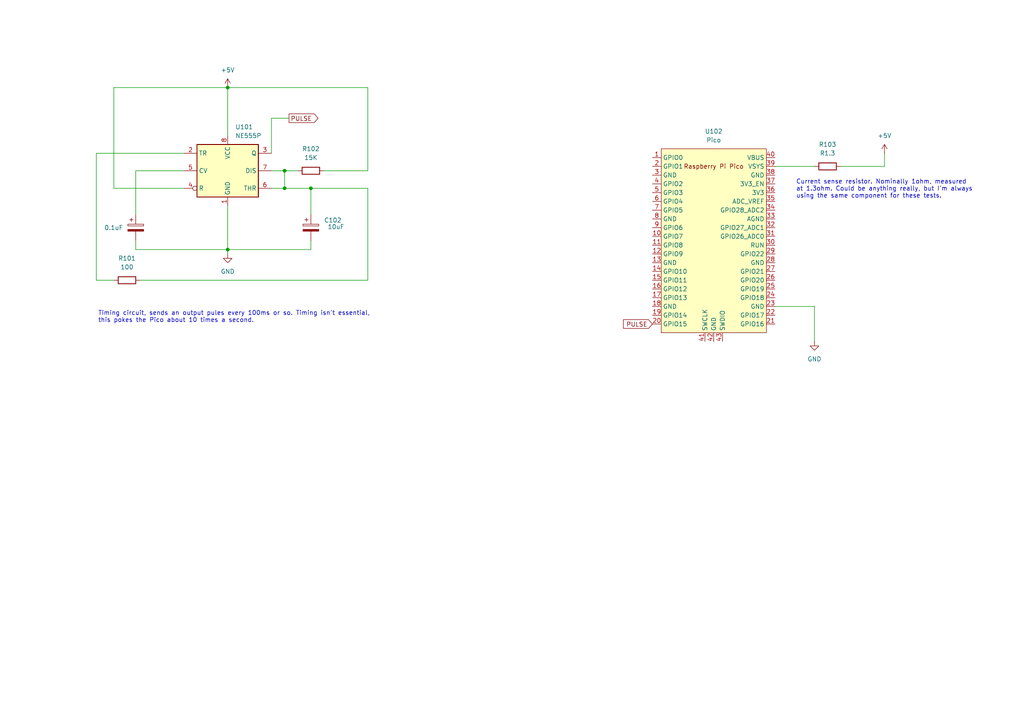
<source format=kicad_sch>
(kicad_sch (version 20231120) (generator "eeschema") (generator_version "8.0")
  (paper "A4")
  (lib_symbols
    (symbol "Device:C_Polarized" (pin_numbers hide) (pin_names (offset 0.254))
      (property "Reference" "C" (at 0.635 2.54 0))
      (property "Value" "C_Polarized" (at 0.635 -2.54 0))
      (symbol "C_Polarized_0_1"
        (rectangle (start -2.286 0.508) (end 2.286 1.016))
        (polyline (pts (xy -1.778 2.286) (xy -0.762 2.286)))
        (polyline (pts (xy -1.27 2.794) (xy -1.27 1.778)))
        (rectangle (start 2.286 -0.508) (end -2.286 -1.016) (fill (type outline)))
      )
      (symbol "C_Polarized_1_1"
        (pin passive line (at 0 3.81 270) (length 2.794) (name "~") (number "1"))
        (pin passive line (at 0 -3.81 90) (length 2.794) (name "~") (number "2"))
      )
    )
    (symbol "Device:R" (pin_numbers hide) (pin_names (offset 0))
      (property "Reference" "R" (at 2.032 0 90))
      (property "Value" "R" (at 0 0 90))
      (symbol "R_0_1"
        (rectangle (start -1.016 -2.54) (end 1.016 2.54) (stroke (width 0.254)))
      )
      (symbol "R_1_1"
        (pin passive line (at 0 3.81 270) (length 1.27) (name "~") (number "1"))
        (pin passive line (at 0 -3.81 90) (length 1.27) (name "~") (number "2"))
      )
    )
    (symbol "Pico:Pico"
      (property "Reference" "U" (at -13.97 27.94 0))
      (property "Value" "Pico" (at 0 19.05 0))
      (symbol "Pico_0_0"
        (text "Raspberry Pi Pico" (at 0 21.59 0) (effects (font (size 1.27 1.27))))
      )
      (symbol "Pico_0_1"
        (rectangle (start -15.24 26.67) (end 15.24 -26.67) (fill (type background)))
      )
      (symbol "Pico_1_1"
        (pin bidirectional line (at -17.78 24.13 0) (length 2.54) (name "GPIO0") (number "1"))
        (pin bidirectional line (at -17.78 1.27 0) (length 2.54) (name "GPIO7") (number "10"))
        (pin bidirectional line (at -17.78 -1.27 0) (length 2.54) (name "GPIO8") (number "11"))
        (pin bidirectional line (at -17.78 -3.81 0) (length 2.54) (name "GPIO9") (number "12"))
        (pin power_in line (at -17.78 -6.35 0) (length 2.54) (name "GND") (number "13"))
        (pin bidirectional line (at -17.78 -8.89 0) (length 2.54) (name "GPIO10") (number "14"))
        (pin bidirectional line (at -17.78 -11.43 0) (length 2.54) (name "GPIO11") (number "15"))
        (pin bidirectional line (at -17.78 -13.97 0) (length 2.54) (name "GPIO12") (number "16"))
        (pin bidirectional line (at -17.78 -16.51 0) (length 2.54) (name "GPIO13") (number "17"))
        (pin power_in line (at -17.78 -19.05 0) (length 2.54) (name "GND") (number "18"))
        (pin bidirectional line (at -17.78 -21.59 0) (length 2.54) (name "GPIO14") (number "19"))
        (pin bidirectional line (at -17.78 21.59 0) (length 2.54) (name "GPIO1") (number "2"))
        (pin bidirectional line (at -17.78 -24.13 0) (length 2.54) (name "GPIO15") (number "20"))
        (pin bidirectional line (at 17.78 -24.13 180) (length 2.54) (name "GPIO16") (number "21"))
        (pin bidirectional line (at 17.78 -21.59 180) (length 2.54) (name "GPIO17") (number "22"))
        (pin power_in line (at 17.78 -19.05 180) (length 2.54) (name "GND") (number "23"))
        (pin bidirectional line (at 17.78 -16.51 180) (length 2.54) (name "GPIO18") (number "24"))
        (pin bidirectional line (at 17.78 -13.97 180) (length 2.54) (name "GPIO19") (number "25"))
        (pin bidirectional line (at 17.78 -11.43 180) (length 2.54) (name "GPIO20") (number "26"))
        (pin bidirectional line (at 17.78 -8.89 180) (length 2.54) (name "GPIO21") (number "27"))
        (pin power_in line (at 17.78 -6.35 180) (length 2.54) (name "GND") (number "28"))
        (pin bidirectional line (at 17.78 -3.81 180) (length 2.54) (name "GPIO22") (number "29"))
        (pin power_in line (at -17.78 19.05 0) (length 2.54) (name "GND") (number "3"))
        (pin input line (at 17.78 -1.27 180) (length 2.54) (name "RUN") (number "30"))
        (pin bidirectional line (at 17.78 1.27 180) (length 2.54) (name "GPIO26_ADC0") (number "31"))
        (pin bidirectional line (at 17.78 3.81 180) (length 2.54) (name "GPIO27_ADC1") (number "32"))
        (pin power_in line (at 17.78 6.35 180) (length 2.54) (name "AGND") (number "33"))
        (pin bidirectional line (at 17.78 8.89 180) (length 2.54) (name "GPIO28_ADC2") (number "34"))
        (pin power_in line (at 17.78 11.43 180) (length 2.54) (name "ADC_VREF") (number "35"))
        (pin power_in line (at 17.78 13.97 180) (length 2.54) (name "3V3") (number "36"))
        (pin input line (at 17.78 16.51 180) (length 2.54) (name "3V3_EN") (number "37"))
        (pin bidirectional line (at 17.78 19.05 180) (length 2.54) (name "GND") (number "38"))
        (pin power_in line (at 17.78 21.59 180) (length 2.54) (name "VSYS") (number "39"))
        (pin bidirectional line (at -17.78 16.51 0) (length 2.54) (name "GPIO2") (number "4"))
        (pin power_in line (at 17.78 24.13 180) (length 2.54) (name "VBUS") (number "40"))
        (pin input line (at -2.54 -29.21 90) (length 2.54) (name "SWCLK") (number "41"))
        (pin power_in line (at 0 -29.21 90) (length 2.54) (name "GND") (number "42"))
        (pin bidirectional line (at 2.54 -29.21 90) (length 2.54) (name "SWDIO") (number "43"))
        (pin bidirectional line (at -17.78 13.97 0) (length 2.54) (name "GPIO3") (number "5"))
        (pin bidirectional line (at -17.78 11.43 0) (length 2.54) (name "GPIO4") (number "6"))
        (pin bidirectional line (at -17.78 8.89 0) (length 2.54) (name "GPIO5") (number "7"))
        (pin power_in line (at -17.78 6.35 0) (length 2.54) (name "GND") (number "8"))
        (pin bidirectional line (at -17.78 3.81 0) (length 2.54) (name "GPIO6") (number "9"))
      )
    )
    (symbol "Timer:NE555P"
      (property "Reference" "U" (at -10.16 8.89 0))
      (property "Value" "NE555P" (at 2.54 8.89 0))
      (symbol "NE555P_0_0"
        (pin power_in line (at 0 -10.16 90) (length 2.54) (name "GND") (number "1"))
        (pin power_in line (at 0 10.16 270) (length 2.54) (name "VCC") (number "8"))
      )
      (symbol "NE555P_0_1"
        (rectangle (start -8.89 -7.62) (end 8.89 7.62) (stroke (width 0.254)) (fill (type background)))
        (rectangle (start -8.89 -7.62) (end 8.89 7.62) (stroke (width 0.254)) (fill (type background)))
      )
      (symbol "NE555P_1_1"
        (pin input line (at -12.7 5.08 0) (length 3.81) (name "TR") (number "2"))
        (pin output line (at 12.7 5.08 180) (length 3.81) (name "Q") (number "3"))
        (pin input inverted (at -12.7 -5.08 0) (length 3.81) (name "R") (number "4"))
        (pin input line (at -12.7 0 0) (length 3.81) (name "CV") (number "5"))
        (pin input line (at 12.7 -5.08 180) (length 3.81) (name "THR") (number "6"))
        (pin input line (at 12.7 0 180) (length 3.81) (name "DIS") (number "7"))
      )
    )
    (symbol "power:+5V" (power) (pin_numbers hide) (pin_names (offset 0) hide)
      (property "Value" "+5V" (at 0 3.556 0))
      (symbol "+5V_0_1"
        (polyline (pts (xy -0.762 1.27) (xy 0 2.54)))
        (polyline (pts (xy 0 0) (xy 0 2.54)))
        (polyline (pts (xy 0 2.54) (xy 0.762 1.27)))
      )
      (symbol "+5V_1_1"
        (pin power_in line (at 0 0 90) (length 0) (name "~") (number "1"))
      )
    )
    (symbol "power:GND" (power) (pin_numbers hide) (pin_names (offset 0) hide)
      (property "Value" "GND" (at 0 -3.81 0))
      (symbol "GND_0_1"
        (polyline (pts (xy 0 0) (xy 0 -1.27) (xy 1.27 -1.27) (xy 0 -2.54) (xy -1.27 -1.27) (xy 0 -1.27)))
      )
      (symbol "GND_1_1"
        (pin power_in line (at 0 0 270) (length 0) (name "~") (number "1"))
      )
    )
  )
  (junction (at 66.04 72.39))
  (junction (at 82.55 54.61))
  (junction (at 66.04 25.4))
  (junction (at 90.17 54.61))
  (junction (at 82.55 49.53))
  (wire (pts (xy 78.74 34.29) (xy 83.82 34.29)))
  (wire (pts (xy 53.34 49.53) (xy 39.37 49.53)))
  (wire (pts (xy 106.68 49.53) (xy 93.98 49.53)))
  (wire (pts (xy 27.94 44.45) (xy 27.94 81.28)))
  (wire (pts (xy 33.02 25.4) (xy 66.04 25.4)))
  (wire (pts (xy 90.17 62.23) (xy 90.17 54.61)))
  (wire (pts (xy 27.94 44.45) (xy 53.34 44.45)))
  (wire (pts (xy 224.79 48.26) (xy 236.22 48.26)))
  (wire (pts (xy 236.22 88.9) (xy 224.79 88.9)))
  (wire (pts (xy 33.02 54.61) (xy 53.34 54.61)))
  (wire (pts (xy 90.17 69.85) (xy 90.17 72.39)))
  (wire (pts (xy 236.22 99.06) (xy 236.22 88.9)))
  (wire (pts (xy 78.74 44.45) (xy 78.74 34.29)))
  (wire (pts (xy 256.54 44.45) (xy 256.54 48.26)))
  (wire (pts (xy 106.68 25.4) (xy 106.68 49.53)))
  (wire (pts (xy 82.55 49.53) (xy 82.55 54.61)))
  (wire (pts (xy 27.94 81.28) (xy 33.02 81.28)))
  (wire (pts (xy 66.04 25.4) (xy 66.04 39.37)))
  (wire (pts (xy 82.55 49.53) (xy 78.74 49.53)))
  (wire (pts (xy 39.37 49.53) (xy 39.37 62.23)))
  (wire (pts (xy 106.68 54.61) (xy 90.17 54.61)))
  (wire (pts (xy 39.37 72.39) (xy 66.04 72.39)))
  (wire (pts (xy 106.68 81.28) (xy 106.68 54.61)))
  (wire (pts (xy 40.64 81.28) (xy 106.68 81.28)))
  (wire (pts (xy 66.04 59.69) (xy 66.04 72.39)))
  (wire (pts (xy 256.54 48.26) (xy 243.84 48.26)))
  (wire (pts (xy 66.04 25.4) (xy 106.68 25.4)))
  (wire (pts (xy 82.55 49.53) (xy 86.36 49.53)))
  (wire (pts (xy 66.04 72.39) (xy 66.04 73.66)))
  (wire (pts (xy 39.37 69.85) (xy 39.37 72.39)))
  (wire (pts (xy 90.17 54.61) (xy 82.55 54.61)))
  (wire (pts (xy 33.02 25.4) (xy 33.02 54.61)))
  (wire (pts (xy 78.74 54.61) (xy 82.55 54.61)))
  (wire (pts (xy 90.17 72.39) (xy 66.04 72.39)))
  (text "Timing circuit, sends an output pules every 100ms or so. Timing isn't essential,\nthis pokes the Pico about 10 times a second." (at 28.448 91.948 0) (effects (font (size 1.27 1.27)) (justify left)))
  (text "Current sense resistor. Nominally 1ohm, measured\nat 1.3ohm. Could be anything really, but I'm always\nusing the same component for these tests." (at 230.886 54.864 0) (effects (font (size 1.27 1.27)) (justify left)))
  (global_label "PULSE" (shape output) (at 83.82 34.29 0) (property "Intersheetrefs" "${INTERSHEET_REFS}" (effects (hide yes))))
  (global_label "PULSE" (shape input) (at 189.23 93.98 180) (property "Intersheetrefs" "${INTERSHEET_REFS}" (effects (hide yes))))
  (symbol (lib_id "Device:R") (at 240.03 48.26 90) (unit 1)
    (property "Reference" "R103" (at 240.03 41.91 90))
    (property "Value" "R1.3" (at 240.03 44.45 90))
    (property "Description" "Resistor" (effects (hide yes)))
  )
  (symbol (lib_id "Device:R") (at 90.17 49.53 90) (unit 1)
    (property "Reference" "R102" (at 90.17 43.18 90))
    (property "Value" "15K" (at 90.17 45.72 90))
    (property "Description" "Resistor" (effects (hide yes)))
  )
  (symbol (lib_id "Timer:NE555P") (at 66.04 49.53 0) (unit 1)
    (property "Reference" "U101" (at 68.2341 36.83 0) (effects (justify left)))
    (property "Value" "NE555P" (at 68.2341 39.37 0) (effects (justify left)))
    (property "Footprint" "Package_DIP:DIP-8_W7.62mm" (effects (hide yes)))
    (property "Datasheet" "http://www.ti.com/lit/ds/symlink/ne555.pdf" (effects (hide yes)))
    (property "Description" "Precision Timers, 555 compatible,  PDIP-8" (effects (hide yes)))
  )
  (symbol (lib_id "power:+5V") (at 66.04 25.4 0) (unit 1)
    (property "Reference" "#PWR0101" (effects (hide yes)))
    (property "Value" "+5V" (at 66.04 20.32 0))
    (property "Description" "Power symbol creates a global label with name \"+5V\"" (effects (hide yes)))
  )
  (symbol (lib_id "power:GND") (at 66.04 73.66 0) (unit 1)
    (property "Reference" "#PWR0102" (effects (hide yes)))
    (property "Value" "GND" (at 66.04 78.74 0))
    (property "Description" "Power symbol creates a global label with name \"GND\" , ground" (effects (hide yes)))
  )
  (symbol (lib_id "Device:C_Polarized") (at 90.17 66.04 0) (unit 1)
    (property "Reference" "C102" (at 93.98 63.8809 0) (effects (justify left)))
    (property "Value" "10uF" (at 94.996 65.786 0) (effects (justify left)))
    (property "Description" "Polarized capacitor" (effects (hide yes)))
  )
  (symbol (lib_id "power:GND") (at 236.22 99.06 0) (unit 1)
    (property "Reference" "#PWR0104" (effects (hide yes)))
    (property "Value" "GND" (at 236.22 104.14 0))
    (property "Description" "Power symbol creates a global label with name \"GND\" , ground" (effects (hide yes)))
  )
  (symbol (lib_id "power:+5V") (at 256.54 44.45 0) (unit 1)
    (property "Reference" "#PWR0103" (effects (hide yes)))
    (property "Value" "+5V" (at 256.54 39.37 0))
    (property "Description" "Power symbol creates a global label with name \"+5V\"" (effects (hide yes)))
  )
  (symbol (lib_id "Device:R") (at 36.83 81.28 90) (unit 1)
    (property "Reference" "R101" (at 36.83 74.93 90))
    (property "Value" "100" (at 36.83 77.47 90))
    (property "Description" "Resistor" (effects (hide yes)))
  )
  (symbol (lib_id "Pico:Pico") (at 207.01 69.85 0) (unit 1)
    (property "Reference" "U102" (at 207.01 38.1 0))
    (property "Value" "Pico" (at 207.01 40.64 0))
    (property "Footprint" "RPi_Pico:RPi_Pico_SMD_TH" (effects (hide yes)))
  )
  (symbol (lib_id "Device:C_Polarized") (at 39.37 66.04 0) (unit 1)
    (property "Reference" "C101" (effects (hide yes)))
    (property "Value" "0.1uF" (at 30.226 66.04 0) (effects (justify left)))
    (property "Description" "Polarized capacitor" (effects (hide yes)))
  )
)
</source>
